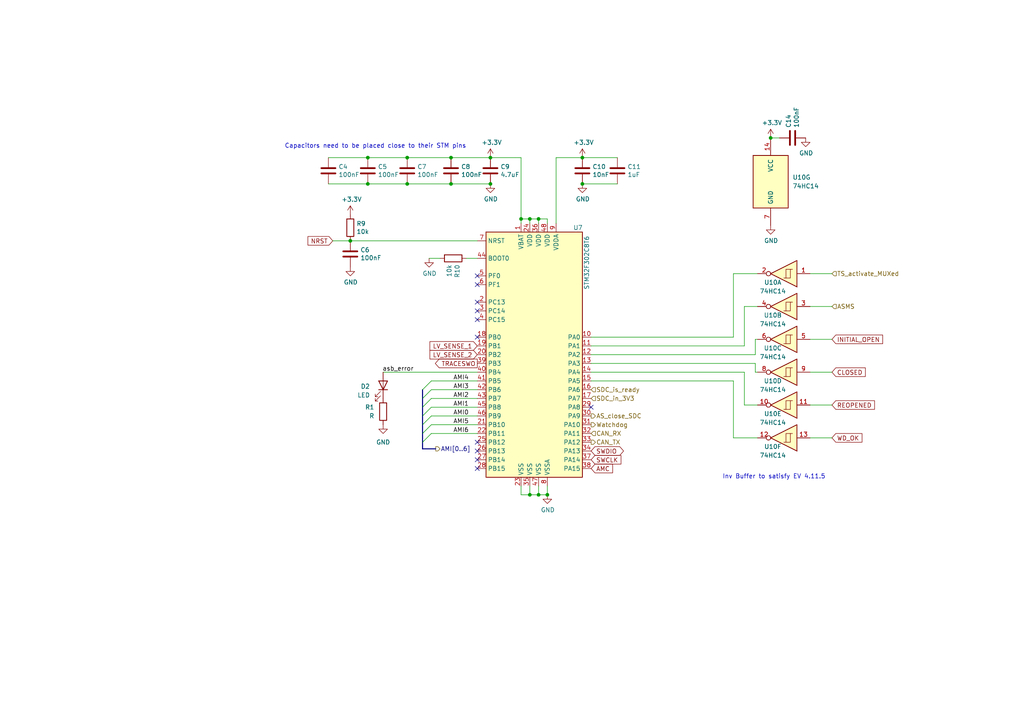
<source format=kicad_sch>
(kicad_sch (version 20211123) (generator eeschema)
  (paper "A4")
  (title_block (title "SDCL - CU") (date "2021-12-16") (rev "v1.0") (company "FaSTTUBe - Formula Student Team TU Berlin") (comment 1 "Car 113") (comment 2 "EBS Electronics") (comment 3 "CU for CAN Bus connection to supervisor"))
  (lib_symbols
    (symbol "74xx:74HC14" (pin_names (offset 1.016))
      (property "Reference" "U" (at 0 1.27 0))
      (property "Value" "74HC14" (at 0 -1.27 0))
      (symbol "74HC14_1_0"
        (polyline (pts (xy -3.81 3.81) (xy -3.81 -3.81) (xy 3.81 0) (xy -3.81 3.81)) (stroke (width 0.254)) (fill (type background)))
        (pin input line (at -7.62 0 0) (length 3.81) (name "~") (number "1"))
        (pin output inverted (at 7.62 0 180) (length 3.81) (name "~") (number "2"))
      )
      (symbol "74HC14_1_1"
        (polyline (pts (xy -1.905 -1.27) (xy -1.905 1.27) (xy -0.635 1.27)))
        (polyline (pts (xy -2.54 -1.27) (xy -0.635 -1.27) (xy -0.635 1.27) (xy 0 1.27)))
      )
      (symbol "74HC14_2_0"
        (polyline (pts (xy -3.81 3.81) (xy -3.81 -3.81) (xy 3.81 0) (xy -3.81 3.81)) (stroke (width 0.254)) (fill (type background)))
        (pin input line (at -7.62 0 0) (length 3.81) (name "~") (number "3"))
        (pin output inverted (at 7.62 0 180) (length 3.81) (name "~") (number "4"))
      )
      (symbol "74HC14_2_1"
        (polyline (pts (xy -1.905 -1.27) (xy -1.905 1.27) (xy -0.635 1.27)))
        (polyline (pts (xy -2.54 -1.27) (xy -0.635 -1.27) (xy -0.635 1.27) (xy 0 1.27)))
      )
      (symbol "74HC14_3_0"
        (polyline (pts (xy -3.81 3.81) (xy -3.81 -3.81) (xy 3.81 0) (xy -3.81 3.81)) (stroke (width 0.254)) (fill (type background)))
        (pin input line (at -7.62 0 0) (length 3.81) (name "~") (number "5"))
        (pin output inverted (at 7.62 0 180) (length 3.81) (name "~") (number "6"))
      )
      (symbol "74HC14_3_1"
        (polyline (pts (xy -1.905 -1.27) (xy -1.905 1.27) (xy -0.635 1.27)))
        (polyline (pts (xy -2.54 -1.27) (xy -0.635 -1.27) (xy -0.635 1.27) (xy 0 1.27)))
      )
      (symbol "74HC14_4_0"
        (polyline (pts (xy -3.81 3.81) (xy -3.81 -3.81) (xy 3.81 0) (xy -3.81 3.81)) (stroke (width 0.254)) (fill (type background)))
        (pin output inverted (at 7.62 0 180) (length 3.81) (name "~") (number "8"))
        (pin input line (at -7.62 0 0) (length 3.81) (name "~") (number "9"))
      )
      (symbol "74HC14_4_1"
        (polyline (pts (xy -1.905 -1.27) (xy -1.905 1.27) (xy -0.635 1.27)))
        (polyline (pts (xy -2.54 -1.27) (xy -0.635 -1.27) (xy -0.635 1.27) (xy 0 1.27)))
      )
      (symbol "74HC14_5_0"
        (polyline (pts (xy -3.81 3.81) (xy -3.81 -3.81) (xy 3.81 0) (xy -3.81 3.81)) (stroke (width 0.254)) (fill (type background)))
        (pin output inverted (at 7.62 0 180) (length 3.81) (name "~") (number "10"))
        (pin input line (at -7.62 0 0) (length 3.81) (name "~") (number "11"))
      )
      (symbol "74HC14_5_1"
        (polyline (pts (xy -1.905 -1.27) (xy -1.905 1.27) (xy -0.635 1.27)))
        (polyline (pts (xy -2.54 -1.27) (xy -0.635 -1.27) (xy -0.635 1.27) (xy 0 1.27)))
      )
      (symbol "74HC14_6_0"
        (polyline (pts (xy -3.81 3.81) (xy -3.81 -3.81) (xy 3.81 0) (xy -3.81 3.81)) (stroke (width 0.254)) (fill (type background)))
        (pin output inverted (at 7.62 0 180) (length 3.81) (name "~") (number "12"))
        (pin input line (at -7.62 0 0) (length 3.81) (name "~") (number "13"))
      )
      (symbol "74HC14_6_1"
        (polyline (pts (xy -1.905 -1.27) (xy -1.905 1.27) (xy -0.635 1.27)))
        (polyline (pts (xy -2.54 -1.27) (xy -0.635 -1.27) (xy -0.635 1.27) (xy 0 1.27)))
      )
      (symbol "74HC14_7_0"
        (pin power_in line (at 0 12.7 270) (length 5.08) (name "VCC") (number "14"))
        (pin power_in line (at 0 -12.7 90) (length 5.08) (name "GND") (number "7"))
      )
      (symbol "74HC14_7_1"
        (rectangle (start -5.08 7.62) (end 5.08 -7.62) (stroke (width 0.254)) (fill (type background)))
      )
    )
    (symbol "Device:C" (pin_numbers hide) (pin_names (offset 0.254))
      (property "Reference" "C" (at 0.635 2.54 0))
      (property "Value" "C" (at 0.635 -2.54 0))
      (symbol "C_0_1"
        (polyline (pts (xy -2.032 -0.762) (xy 2.032 -0.762)) (stroke (width 0.508)))
        (polyline (pts (xy -2.032 0.762) (xy 2.032 0.762)) (stroke (width 0.508)))
      )
      (symbol "C_1_1"
        (pin passive line (at 0 3.81 270) (length 2.794) (name "~") (number "1"))
        (pin passive line (at 0 -3.81 90) (length 2.794) (name "~") (number "2"))
      )
    )
    (symbol "Device:LED" (pin_numbers hide) (pin_names (offset 1.016) hide)
      (property "Reference" "D" (at 0 2.54 0))
      (property "Value" "LED" (at 0 -2.54 0))
      (symbol "LED_0_1"
        (polyline (pts (xy -1.27 -1.27) (xy -1.27 1.27)) (stroke (width 0.254)))
        (polyline (pts (xy -1.27 0) (xy 1.27 0)))
        (polyline (pts (xy 1.27 -1.27) (xy 1.27 1.27) (xy -1.27 0) (xy 1.27 -1.27)) (stroke (width 0.254)))
        (polyline (pts (xy -3.048 -0.762) (xy -4.572 -2.286) (xy -3.81 -2.286) (xy -4.572 -2.286) (xy -4.572 -1.524)))
        (polyline (pts (xy -1.778 -0.762) (xy -3.302 -2.286) (xy -2.54 -2.286) (xy -3.302 -2.286) (xy -3.302 -1.524)))
      )
      (symbol "LED_1_1"
        (pin passive line (at -3.81 0 0) (length 2.54) (name "K") (number "1"))
        (pin passive line (at 3.81 0 180) (length 2.54) (name "A") (number "2"))
      )
    )
    (symbol "Device:R" (pin_numbers hide) (pin_names (offset 0))
      (property "Reference" "R" (at 2.032 0 90))
      (property "Value" "R" (at 0 0 90))
      (symbol "R_0_1"
        (rectangle (start -1.016 -2.54) (end 1.016 2.54) (stroke (width 0.254)))
      )
      (symbol "R_1_1"
        (pin passive line (at 0 3.81 270) (length 1.27) (name "~") (number "1"))
        (pin passive line (at 0 -3.81 90) (length 1.27) (name "~") (number "2"))
      )
    )
    (symbol "MCU_ST_STM32F3:STM32F302C8Tx"
      (property "Reference" "U" (at -15.24 36.83 0))
      (property "Value" "STM32F302C8Tx" (at 7.62 36.83 0))
      (symbol "STM32F302C8Tx_0_1"
        (rectangle (start -15.24 -35.56) (end 12.7 35.56) (stroke (width 0.254)) (fill (type background)))
      )
      (symbol "STM32F302C8Tx_1_1"
        (pin power_in line (at -5.08 38.1 270) (length 2.54) (name "VBAT") (number "1"))
        (pin bidirectional line (at 15.24 5.08 180) (length 2.54) (name "PA0") (number "10"))
        (pin bidirectional line (at 15.24 2.54 180) (length 2.54) (name "PA1") (number "11"))
        (pin bidirectional line (at 15.24 0 180) (length 2.54) (name "PA2") (number "12"))
        (pin bidirectional line (at 15.24 -2.54 180) (length 2.54) (name "PA3") (number "13"))
        (pin bidirectional line (at 15.24 -5.08 180) (length 2.54) (name "PA4") (number "14"))
        (pin bidirectional line (at 15.24 -7.62 180) (length 2.54) (name "PA5") (number "15"))
        (pin bidirectional line (at 15.24 -10.16 180) (length 2.54) (name "PA6") (number "16"))
        (pin bidirectional line (at 15.24 -12.7 180) (length 2.54) (name "PA7") (number "17"))
        (pin bidirectional line (at -17.78 5.08 0) (length 2.54) (name "PB0") (number "18"))
        (pin bidirectional line (at -17.78 2.54 0) (length 2.54) (name "PB1") (number "19"))
        (pin bidirectional line (at -17.78 15.24 0) (length 2.54) (name "PC13") (number "2"))
        (pin bidirectional line (at -17.78 0 0) (length 2.54) (name "PB2") (number "20"))
        (pin bidirectional line (at -17.78 -20.32 0) (length 2.54) (name "PB10") (number "21"))
        (pin bidirectional line (at -17.78 -22.86 0) (length 2.54) (name "PB11") (number "22"))
        (pin power_in line (at -5.08 -38.1 90) (length 2.54) (name "VSS") (number "23"))
        (pin power_in line (at -2.54 38.1 270) (length 2.54) (name "VDD") (number "24"))
        (pin bidirectional line (at -17.78 -25.4 0) (length 2.54) (name "PB12") (number "25"))
        (pin bidirectional line (at -17.78 -27.94 0) (length 2.54) (name "PB13") (number "26"))
        (pin bidirectional line (at -17.78 -30.48 0) (length 2.54) (name "PB14") (number "27"))
        (pin bidirectional line (at -17.78 -33.02 0) (length 2.54) (name "PB15") (number "28"))
        (pin bidirectional line (at 15.24 -15.24 180) (length 2.54) (name "PA8") (number "29"))
        (pin bidirectional line (at -17.78 12.7 0) (length 2.54) (name "PC14") (number "3"))
        (pin bidirectional line (at 15.24 -17.78 180) (length 2.54) (name "PA9") (number "30"))
        (pin bidirectional line (at 15.24 -20.32 180) (length 2.54) (name "PA10") (number "31"))
        (pin bidirectional line (at 15.24 -22.86 180) (length 2.54) (name "PA11") (number "32"))
        (pin bidirectional line (at 15.24 -25.4 180) (length 2.54) (name "PA12") (number "33"))
        (pin bidirectional line (at 15.24 -27.94 180) (length 2.54) (name "PA13") (number "34"))
        (pin power_in line (at -2.54 -38.1 90) (length 2.54) (name "VSS") (number "35"))
        (pin power_in line (at 0 38.1 270) (length 2.54) (name "VDD") (number "36"))
        (pin bidirectional line (at 15.24 -30.48 180) (length 2.54) (name "PA14") (number "37"))
        (pin bidirectional line (at 15.24 -33.02 180) (length 2.54) (name "PA15") (number "38"))
        (pin bidirectional line (at -17.78 -2.54 0) (length 2.54) (name "PB3") (number "39"))
        (pin bidirectional line (at -17.78 10.16 0) (length 2.54) (name "PC15") (number "4"))
        (pin bidirectional line (at -17.78 -5.08 0) (length 2.54) (name "PB4") (number "40"))
        (pin bidirectional line (at -17.78 -7.62 0) (length 2.54) (name "PB5") (number "41"))
        (pin bidirectional line (at -17.78 -10.16 0) (length 2.54) (name "PB6") (number "42"))
        (pin bidirectional line (at -17.78 -12.7 0) (length 2.54) (name "PB7") (number "43"))
        (pin input line (at -17.78 27.94 0) (length 2.54) (name "BOOT0") (number "44"))
        (pin bidirectional line (at -17.78 -15.24 0) (length 2.54) (name "PB8") (number "45"))
        (pin bidirectional line (at -17.78 -17.78 0) (length 2.54) (name "PB9") (number "46"))
        (pin power_in line (at 0 -38.1 90) (length 2.54) (name "VSS") (number "47"))
        (pin power_in line (at 2.54 38.1 270) (length 2.54) (name "VDD") (number "48"))
        (pin input line (at -17.78 22.86 0) (length 2.54) (name "PF0") (number "5"))
        (pin input line (at -17.78 20.32 0) (length 2.54) (name "PF1") (number "6"))
        (pin input line (at -17.78 33.02 0) (length 2.54) (name "NRST") (number "7"))
        (pin power_in line (at 2.54 -38.1 90) (length 2.54) (name "VSSA") (number "8"))
        (pin power_in line (at 5.08 38.1 270) (length 2.54) (name "VDDA") (number "9"))
      )
    )
    (symbol "power:+3.3V" (power) (pin_names (offset 0))
      (property "Value" "+3.3V" (at 0 3.556 0))
      (symbol "+3.3V_0_1"
        (polyline (pts (xy -0.762 1.27) (xy 0 2.54)))
        (polyline (pts (xy 0 0) (xy 0 2.54)))
        (polyline (pts (xy 0 2.54) (xy 0.762 1.27)))
      )
      (symbol "+3.3V_1_1"
        (pin power_in line (at 0 0 90) (length 0) hide (name "+3.3V") (number "1"))
      )
    )
    (symbol "power:GND" (power) (pin_names (offset 0))
      (property "Value" "GND" (at 0 -3.81 0))
      (symbol "GND_0_1"
        (polyline (pts (xy 0 0) (xy 0 -1.27) (xy 1.27 -1.27) (xy 0 -2.54) (xy -1.27 -1.27) (xy 0 -1.27)))
      )
      (symbol "GND_1_1"
        (pin power_in line (at 0 0 270) (length 0) hide (name "GND") (number "1"))
      )
    )
  )
  (junction (at 223.52 40.005))
  (junction (at 106.68 45.72))
  (junction (at 142.24 53.34))
  (junction (at 118.11 45.72))
  (junction (at 118.11 53.34))
  (junction (at 106.68 53.34))
  (junction (at 153.67 63.5))
  (junction (at 168.91 45.72))
  (junction (at 130.81 53.34))
  (junction (at 142.24 45.72))
  (junction (at 158.75 143.51))
  (junction (at 101.6 69.85))
  (junction (at 156.21 63.5))
  (junction (at 153.67 143.51))
  (junction (at 151.13 63.5))
  (junction (at 130.81 45.72))
  (junction (at 156.21 143.51))
  (junction (at 168.91 53.34))
  (no_connect (at 138.43 133.35))
  (no_connect (at 138.43 82.55))
  (no_connect (at 138.43 92.71))
  (no_connect (at 138.43 87.63))
  (no_connect (at 138.43 128.27))
  (no_connect (at 138.43 80.01))
  (no_connect (at 171.45 118.11))
  (no_connect (at 138.43 90.17))
  (no_connect (at 138.43 97.79))
  (no_connect (at 138.43 130.81))
  (no_connect (at 138.43 135.89))
  (bus_entry (at 122.555 118.11) (size 2.54 -2.54))
  (bus_entry (at 122.555 120.65) (size 2.54 -2.54))
  (bus_entry (at 122.555 123.19) (size 2.54 -2.54))
  (bus_entry (at 122.555 125.73) (size 2.54 -2.54))
  (bus_entry (at 122.555 128.27) (size 2.54 -2.54))
  (bus_entry (at 122.555 113.03) (size 2.54 -2.54))
  (bus_entry (at 122.555 115.57) (size 2.54 -2.54))
  (wire (pts (xy 153.67 63.5) (xy 153.67 64.77)))
  (wire (pts (xy 212.725 79.375) (xy 219.71 79.375)))
  (wire (pts (xy 127.635 74.93) (xy 124.46 74.93)))
  (wire (pts (xy 158.75 63.5) (xy 156.21 63.5)))
  (wire (pts (xy 161.29 45.72) (xy 161.29 64.77)))
  (wire (pts (xy 125.095 120.65) (xy 138.43 120.65)))
  (wire (pts (xy 153.67 140.97) (xy 153.67 143.51)))
  (wire (pts (xy 219.71 88.9) (xy 215.9 88.9)))
  (wire (pts (xy 156.21 140.97) (xy 156.21 143.51)))
  (wire (pts (xy 158.75 64.77) (xy 158.75 63.5)))
  (wire (pts (xy 158.75 143.51) (xy 156.21 143.51)))
  (wire (pts (xy 219.075 98.425) (xy 219.075 102.87)))
  (wire (pts (xy 130.81 53.34) (xy 142.24 53.34)))
  (wire (pts (xy 125.095 118.11) (xy 138.43 118.11)))
  (bus (pts (xy 122.555 113.03) (xy 122.555 115.57)))
  (wire (pts (xy 168.91 53.34) (xy 179.07 53.34)))
  (wire (pts (xy 219.075 98.425) (xy 219.71 98.425)))
  (wire (pts (xy 142.24 45.72) (xy 151.13 45.72)))
  (wire (pts (xy 96.52 69.85) (xy 101.6 69.85)))
  (wire (pts (xy 156.21 63.5) (xy 153.67 63.5)))
  (bus (pts (xy 122.555 130.175) (xy 126.365 130.175)))
  (wire (pts (xy 212.725 127) (xy 212.725 110.49)))
  (bus (pts (xy 122.555 128.27) (xy 122.555 130.175)))
  (bus (pts (xy 122.555 118.11) (xy 122.555 120.65)))
  (wire (pts (xy 125.095 125.73) (xy 138.43 125.73)))
  (wire (pts (xy 219.075 107.95) (xy 219.075 105.41)))
  (wire (pts (xy 234.95 127) (xy 241.3 127)))
  (wire (pts (xy 226.06 40.005) (xy 223.52 40.005)))
  (wire (pts (xy 161.29 45.72) (xy 168.91 45.72)))
  (bus (pts (xy 122.555 115.57) (xy 122.555 118.11)))
  (wire (pts (xy 219.71 117.475) (xy 215.9 117.475)))
  (wire (pts (xy 171.45 97.79) (xy 212.725 97.79)))
  (wire (pts (xy 101.6 69.85) (xy 138.43 69.85)))
  (wire (pts (xy 158.75 140.97) (xy 158.75 143.51)))
  (wire (pts (xy 219.075 102.87) (xy 171.45 102.87)))
  (wire (pts (xy 215.9 100.33) (xy 171.45 100.33)))
  (wire (pts (xy 125.095 115.57) (xy 138.43 115.57)))
  (wire (pts (xy 212.725 97.79) (xy 212.725 79.375)))
  (wire (pts (xy 138.43 107.95) (xy 111.125 107.95)))
  (wire (pts (xy 168.91 45.72) (xy 179.07 45.72)))
  (bus (pts (xy 122.555 123.19) (xy 122.555 125.73)))
  (wire (pts (xy 156.21 143.51) (xy 153.67 143.51)))
  (wire (pts (xy 215.9 88.9) (xy 215.9 100.33)))
  (wire (pts (xy 125.095 110.49) (xy 138.43 110.49)))
  (bus (pts (xy 122.555 125.73) (xy 122.555 128.27)))
  (wire (pts (xy 215.9 117.475) (xy 215.9 107.95)))
  (wire (pts (xy 234.95 117.475) (xy 241.3 117.475)))
  (wire (pts (xy 234.95 107.95) (xy 241.3 107.95)))
  (wire (pts (xy 219.075 105.41) (xy 171.45 105.41)))
  (bus (pts (xy 122.555 120.65) (xy 122.555 123.19)))
  (wire (pts (xy 125.095 123.19) (xy 138.43 123.19)))
  (wire (pts (xy 125.095 113.03) (xy 138.43 113.03)))
  (wire (pts (xy 135.255 74.93) (xy 138.43 74.93)))
  (wire (pts (xy 234.95 98.425) (xy 241.3 98.425)))
  (wire (pts (xy 219.075 107.95) (xy 219.71 107.95)))
  (wire (pts (xy 95.25 53.34) (xy 106.68 53.34)))
  (wire (pts (xy 151.13 140.97) (xy 151.13 143.51)))
  (wire (pts (xy 106.68 45.72) (xy 118.11 45.72)))
  (wire (pts (xy 219.71 127) (xy 212.725 127)))
  (wire (pts (xy 151.13 143.51) (xy 153.67 143.51)))
  (wire (pts (xy 106.68 53.34) (xy 118.11 53.34)))
  (wire (pts (xy 215.9 107.95) (xy 171.45 107.95)))
  (wire (pts (xy 234.95 79.375) (xy 241.3 79.375)))
  (wire (pts (xy 234.95 88.9) (xy 241.3 88.9)))
  (wire (pts (xy 106.68 45.72) (xy 95.25 45.72)))
  (wire (pts (xy 212.725 110.49) (xy 171.45 110.49)))
  (wire (pts (xy 151.13 63.5) (xy 151.13 64.77)))
  (wire (pts (xy 151.13 45.72) (xy 151.13 63.5)))
  (wire (pts (xy 118.11 53.34) (xy 130.81 53.34)))
  (wire (pts (xy 156.21 64.77) (xy 156.21 63.5)))
  (wire (pts (xy 153.67 63.5) (xy 151.13 63.5)))
  (wire (pts (xy 118.11 45.72) (xy 130.81 45.72)))
  (wire (pts (xy 130.81 45.72) (xy 142.24 45.72)))
  (text "Capacitors need to be placed close to their STM pins" (at 82.55 43.18 0) (effects (font (size 1.27 1.27)) (justify left bottom)))
  (text "Inv Buffer to satisfy EV 4.11.5" (at 209.55 139.065 0) (effects (font (size 1.27 1.27)) (justify left bottom)))
  (label "AMI3" (at 131.445 113.03 0))
  (label "AMI4" (at 131.445 110.49 0))
  (label "AMI2" (at 131.445 115.57 0))
  (label "AMI0" (at 131.445 120.65 0))
  (label "AMI6" (at 131.445 125.73 0))
  (label "AMI5" (at 131.445 123.19 0))
  (label "AMI1" (at 131.445 118.11 0))
  (label "asb_error" (at 120.015 107.95 180))
  (global_label "REOPENED" (shape input) (at 241.3 117.475 0) (property "Intersheet References" "${INTERSHEET_REFS}" (effects hide)))
  (global_label "CLOSED" (shape input) (at 241.3 107.95 0) (property "Intersheet References" "${INTERSHEET_REFS}" (effects hide)))
  (global_label "WD_OK" (shape input) (at 241.3 127 0) (property "Intersheet References" "${INTERSHEET_REFS}" (effects hide)))
  (global_label "LV_SENSE_2" (shape input) (at 138.43 102.87 180) (property "Intersheet References" "${INTERSHEET_REFS}" (effects hide)))
  (global_label "LV_SENSE_1" (shape input) (at 138.43 100.33 180) (property "Intersheet References" "${INTERSHEET_REFS}" (effects hide)))
  (global_label "SWDIO" (shape bidirectional) (at 171.45 130.81 0) (property "Intersheet References" "${INTERSHEET_REFS}" (effects hide)))
  (global_label "INITIAL_OPEN" (shape input) (at 241.3 98.425 0) (property "Intersheet References" "${INTERSHEET_REFS}" (effects hide)))
  (global_label "NRST" (shape input) (at 96.52 69.85 180) (property "Intersheet References" "${INTERSHEET_REFS}" (effects hide)))
  (global_label "AMC" (shape input) (at 171.45 135.89 0) (property "Intersheet References" "${INTERSHEET_REFS}" (effects hide)))
  (global_label "TRACESWO" (shape output) (at 138.43 105.41 180) (property "Intersheet References" "${INTERSHEET_REFS}" (effects hide)))
  (global_label "SWCLK" (shape input) (at 171.45 133.35 0) (property "Intersheet References" "${INTERSHEET_REFS}" (effects hide)))
  (hierarchical_label "SDC_is_ready" (shape input) (at 171.45 113.03 0))
  (hierarchical_label "CAN_RX" (shape input) (at 171.45 125.73 0))
  (hierarchical_label "CAN_TX" (shape output) (at 171.45 128.27 0))
  (hierarchical_label "ASMS" (shape input) (at 241.3 88.9 0))
  (hierarchical_label "AS_close_SDC" (shape output) (at 171.45 120.65 0))
  (hierarchical_label "TS_activate_MUXed" (shape input) (at 241.3 79.375 0))
  (hierarchical_label "Watchdog" (shape output) (at 171.45 123.19 0))
  (hierarchical_label "SDC_in_3V3" (shape input) (at 171.45 115.57 0))
  (hierarchical_label "AMI[0..6]" (shape output) (at 126.365 130.175 0))
  (symbol (lib_id "Device:C") (at 130.81 49.53 0) (unit 1)
    (property "Reference" "C8" (at 133.731 48.3616 0) (effects (justify left)))
    (property "Value" "100nF" (at 133.731 50.673 0) (effects (justify left)))
    (property "Footprint" "Capacitor_SMD:C_0603_1608Metric_Pad1.08x0.95mm_HandSolder" (effects hide))
  )
  (symbol (lib_id "Device:C") (at 142.24 49.53 0) (unit 1)
    (property "Reference" "C9" (at 145.161 48.3616 0) (effects (justify left)))
    (property "Value" "4.7uF" (at 145.161 50.673 0) (effects (justify left)))
    (property "Footprint" "Capacitor_SMD:C_0603_1608Metric_Pad1.08x0.95mm_HandSolder" (effects hide))
  )
  (symbol (lib_id "Device:C") (at 118.11 49.53 0) (unit 1)
    (property "Reference" "C7" (at 121.031 48.3616 0) (effects (justify left)))
    (property "Value" "100nF" (at 121.031 50.673 0) (effects (justify left)))
    (property "Footprint" "Capacitor_SMD:C_0603_1608Metric_Pad1.08x0.95mm_HandSolder" (effects hide))
  )
  (symbol (lib_id "Device:C") (at 106.68 49.53 0) (unit 1)
    (property "Reference" "C5" (at 109.601 48.3616 0) (effects (justify left)))
    (property "Value" "100nF" (at 109.601 50.673 0) (effects (justify left)))
    (property "Footprint" "Capacitor_SMD:C_0603_1608Metric_Pad1.08x0.95mm_HandSolder" (effects hide))
  )
  (symbol (lib_id "Device:C") (at 95.25 49.53 0) (unit 1)
    (property "Reference" "C4" (at 98.171 48.3616 0) (effects (justify left)))
    (property "Value" "100nF" (at 98.171 50.673 0) (effects (justify left)))
    (property "Footprint" "Capacitor_SMD:C_0603_1608Metric_Pad1.08x0.95mm_HandSolder" (effects hide))
  )
  (symbol (lib_id "power:GND") (at 142.24 53.34 0) (unit 1)
    (property "Reference" "#PWR0133" (effects hide))
    (property "Value" "GND" (at 142.367 57.7342 0))
  )
  (symbol (lib_id "power:GND") (at 158.75 143.51 0) (unit 1)
    (property "Reference" "#PWR0140" (effects hide))
    (property "Value" "GND" (at 158.877 147.9042 0))
  )
  (symbol (lib_id "Device:C") (at 168.91 49.53 0) (unit 1)
    (property "Reference" "C10" (at 171.831 48.3616 0) (effects (justify left)))
    (property "Value" "10nF" (at 171.831 50.673 0) (effects (justify left)))
    (property "Footprint" "Capacitor_SMD:C_0603_1608Metric_Pad1.08x0.95mm_HandSolder" (effects hide))
  )
  (symbol (lib_id "Device:C") (at 179.07 49.53 0) (unit 1)
    (property "Reference" "C11" (at 181.991 48.3616 0) (effects (justify left)))
    (property "Value" "1uF" (at 181.991 50.673 0) (effects (justify left)))
    (property "Footprint" "Capacitor_SMD:C_0603_1608Metric_Pad1.08x0.95mm_HandSolder" (effects hide))
  )
  (symbol (lib_id "power:GND") (at 168.91 53.34 0) (unit 1)
    (property "Reference" "#PWR0134" (effects hide))
    (property "Value" "GND" (at 169.037 57.7342 0))
  )
  (symbol (lib_id "Device:R") (at 131.445 74.93 270) (unit 1)
    (property "Reference" "R10" (at 132.6134 76.708 0) (effects (justify left)))
    (property "Value" "10k" (at 130.302 76.708 0) (effects (justify left)))
    (property "Footprint" "Resistor_SMD:R_0603_1608Metric_Pad0.98x0.95mm_HandSolder" (effects hide))
  )
  (symbol (lib_id "MCU_ST_STM32F3:STM32F302C8Tx") (at 156.21 102.87 0) (unit 1)
    (property "Reference" "U7" (at 167.64 66.04 0))
    (property "Value" "STM32F302C8T6" (at 170.18 76.2 90))
    (property "Footprint" "Package_QFP:LQFP-48_7x7mm_P0.5mm" (effects hide))
    (property "Datasheet" "http://www.st.com/st-web-ui/static/active/en/resource/technical/document/datasheet/DM00093333.pdf" (effects hide))
  )
  (symbol (lib_id "power:GND") (at 124.46 74.93 0) (unit 1)
    (property "Reference" "#PWR0136" (effects hide))
    (property "Value" "GND" (at 124.587 79.3242 0))
  )
  (symbol (lib_id "Device:R") (at 101.6 66.04 0) (unit 1)
    (property "Reference" "R9" (at 103.378 64.8716 0) (effects (justify left)))
    (property "Value" "10k" (at 103.378 67.183 0) (effects (justify left)))
    (property "Footprint" "Resistor_SMD:R_0603_1608Metric_Pad0.98x0.95mm_HandSolder" (effects hide))
  )
  (symbol (lib_id "Device:C") (at 101.6 73.66 0) (unit 1)
    (property "Reference" "C6" (at 104.521 72.4916 0) (effects (justify left)))
    (property "Value" "100nF" (at 104.521 74.803 0) (effects (justify left)))
    (property "Footprint" "Capacitor_SMD:C_0603_1608Metric_Pad1.08x0.95mm_HandSolder" (effects hide))
  )
  (symbol (lib_id "power:GND") (at 101.6 77.47 0) (unit 1)
    (property "Reference" "#PWR0135" (effects hide))
    (property "Value" "GND" (at 101.727 81.8642 0))
  )
  (symbol (lib_id "power:+3.3V") (at 142.24 45.72 0) (unit 1)
    (property "Reference" "#PWR0137" (effects hide))
    (property "Value" "+3.3V" (at 142.621 41.3258 0))
  )
  (symbol (lib_id "power:+3.3V") (at 168.91 45.72 0) (unit 1)
    (property "Reference" "#PWR0138" (effects hide))
    (property "Value" "+3.3V" (at 169.291 41.3258 0))
  )
  (symbol (lib_id "power:+3.3V") (at 101.6 62.23 0) (unit 1)
    (property "Reference" "#PWR0139" (effects hide))
    (property "Value" "+3.3V" (at 101.981 57.8358 0))
  )
  (symbol (lib_id "74xx:74HC14") (at 227.33 127 180) (unit 6)
    (property "Reference" "U10" (at 224.155 129.54 0))
    (property "Value" "74HC14" (at 224.155 132.08 0))
    (property "Footprint" "Package_SO:SOIC-14_3.9x8.7mm_P1.27mm" (effects hide))
    (property "Datasheet" "http://www.ti.com/lit/gpn/sn74HC14" (effects hide))
  )
  (symbol (lib_id "74xx:74HC14") (at 223.52 52.705 0) (unit 7)
    (property "Reference" "U10" (at 229.87 51.4349 0) (effects (justify left)))
    (property "Value" "74HC14" (at 229.87 53.9749 0) (effects (justify left)))
    (property "Footprint" "Package_SO:SOIC-14_3.9x8.7mm_P1.27mm" (effects hide))
    (property "Datasheet" "http://www.ti.com/lit/gpn/sn74HC14" (effects hide))
  )
  (symbol (lib_id "74xx:74HC14") (at 227.33 107.95 180) (unit 4)
    (property "Reference" "U10" (at 224.155 110.49 0))
    (property "Value" "74HC14" (at 224.155 113.03 0))
    (property "Footprint" "Package_SO:SOIC-14_3.9x8.7mm_P1.27mm" (effects hide))
    (property "Datasheet" "http://www.ti.com/lit/gpn/sn74HC14" (effects hide))
  )
  (symbol (lib_id "power:GND") (at 223.52 65.405 0) (unit 1)
    (property "Reference" "#PWR03" (effects hide))
    (property "Value" "GND" (at 223.647 69.7992 0))
  )
  (symbol (lib_id "power:GND") (at 233.68 40.005 0) (unit 1)
    (property "Reference" "#PWR04" (effects hide))
    (property "Value" "GND" (at 233.807 44.3992 0))
  )
  (symbol (lib_id "74xx:74HC14") (at 227.33 98.425 180) (unit 3)
    (property "Reference" "U10" (at 224.155 100.965 0))
    (property "Value" "74HC14" (at 224.155 103.505 0))
    (property "Footprint" "Package_SO:SOIC-14_3.9x8.7mm_P1.27mm" (effects hide))
    (property "Datasheet" "http://www.ti.com/lit/gpn/sn74HC14" (effects hide))
  )
  (symbol (lib_id "Device:LED") (at 111.125 111.76 270) (mirror x) (unit 1)
    (property "Reference" "D2" (at 107.315 112.0774 90) (effects (justify right)))
    (property "Value" "LED" (at 107.315 114.6174 90) (effects (justify right)))
    (property "Footprint" "LED_THT:LED_D5.0mm_Clear" (effects hide))
  )
  (symbol (lib_id "Device:R") (at 111.125 119.38 0) (mirror y) (unit 1)
    (property "Reference" "R1" (at 108.585 118.1099 0) (effects (justify left)))
    (property "Value" "R" (at 108.585 120.6499 0) (effects (justify left)))
    (property "Footprint" "Resistor_SMD:R_0603_1608Metric_Pad0.98x0.95mm_HandSolder" (effects hide))
  )
  (symbol (lib_id "power:GND") (at 111.125 123.19 0) (mirror y) (unit 1)
    (property "Reference" "#PWR01" (effects hide))
    (property "Value" "GND" (at 111.125 128.27 0))
  )
  (symbol (lib_id "74xx:74HC14") (at 227.33 79.375 180) (unit 1)
    (property "Reference" "U10" (at 224.155 81.915 0))
    (property "Value" "74HC14" (at 224.155 84.455 0))
    (property "Footprint" "Package_SO:SOIC-14_3.9x8.7mm_P1.27mm" (effects hide))
    (property "Datasheet" "http://www.ti.com/lit/gpn/sn74HC14" (effects hide))
  )
  (symbol (lib_id "74xx:74HC14") (at 227.33 88.9 180) (unit 2)
    (property "Reference" "U10" (at 224.155 91.44 0))
    (property "Value" "74HC14" (at 224.155 93.98 0))
    (property "Footprint" "Package_SO:SOIC-14_3.9x8.7mm_P1.27mm" (effects hide))
    (property "Datasheet" "http://www.ti.com/lit/gpn/sn74HC14" (effects hide))
  )
  (symbol (lib_id "power:+3.3V") (at 223.52 40.005 0) (unit 1)
    (property "Reference" "#PWR02" (effects hide))
    (property "Value" "+3.3V" (at 223.901 35.6108 0))
  )
  (symbol (lib_id "Device:C") (at 229.87 40.005 90) (unit 1)
    (property "Reference" "C14" (at 228.7016 37.084 0) (effects (justify left)))
    (property "Value" "100nF" (at 231.013 37.084 0) (effects (justify left)))
    (property "Footprint" "Capacitor_SMD:C_0603_1608Metric_Pad1.08x0.95mm_HandSolder" (effects hide))
  )
  (symbol (lib_id "74xx:74HC14") (at 227.33 117.475 180) (unit 5)
    (property "Reference" "U10" (at 224.155 120.015 0))
    (property "Value" "74HC14" (at 224.155 122.555 0))
    (property "Footprint" "Package_SO:SOIC-14_3.9x8.7mm_P1.27mm" (effects hide))
    (property "Datasheet" "http://www.ti.com/lit/gpn/sn74HC14" (effects hide))
  )
)
</source>
